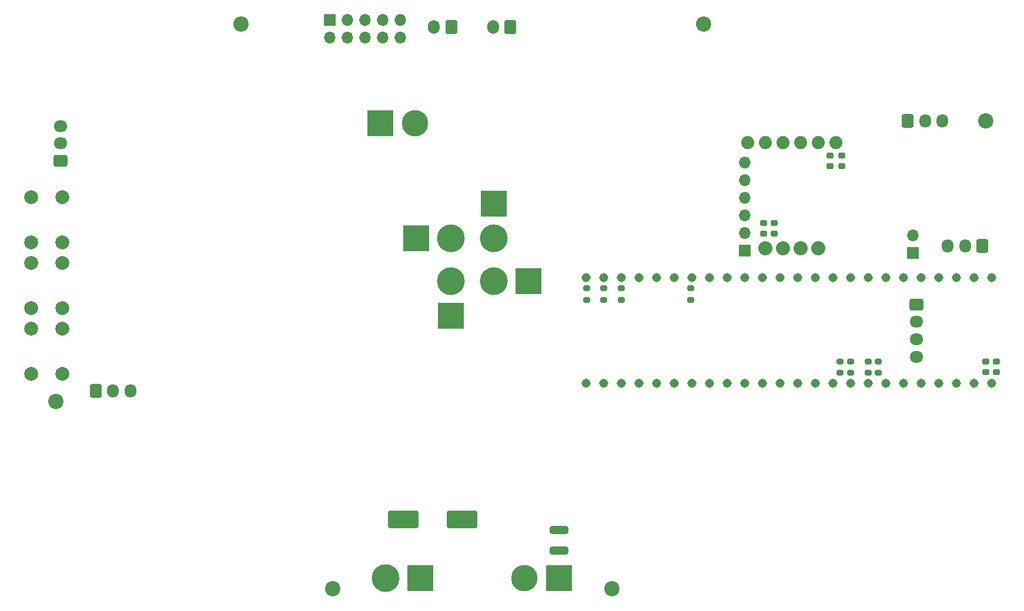
<source format=gbr>
%TF.GenerationSoftware,KiCad,Pcbnew,7.0.8*%
%TF.CreationDate,2023-11-18T19:30:01+11:00*%
%TF.ProjectId,Main 4.3,4d61696e-2034-42e3-932e-6b696361645f,rev?*%
%TF.SameCoordinates,Original*%
%TF.FileFunction,Soldermask,Bot*%
%TF.FilePolarity,Negative*%
%FSLAX46Y46*%
G04 Gerber Fmt 4.6, Leading zero omitted, Abs format (unit mm)*
G04 Created by KiCad (PCBNEW 7.0.8) date 2023-11-18 19:30:01*
%MOMM*%
%LPD*%
G01*
G04 APERTURE LIST*
G04 Aperture macros list*
%AMRoundRect*
0 Rectangle with rounded corners*
0 $1 Rounding radius*
0 $2 $3 $4 $5 $6 $7 $8 $9 X,Y pos of 4 corners*
0 Add a 4 corners polygon primitive as box body*
4,1,4,$2,$3,$4,$5,$6,$7,$8,$9,$2,$3,0*
0 Add four circle primitives for the rounded corners*
1,1,$1+$1,$2,$3*
1,1,$1+$1,$4,$5*
1,1,$1+$1,$6,$7*
1,1,$1+$1,$8,$9*
0 Add four rect primitives between the rounded corners*
20,1,$1+$1,$2,$3,$4,$5,0*
20,1,$1+$1,$4,$5,$6,$7,0*
20,1,$1+$1,$6,$7,$8,$9,0*
20,1,$1+$1,$8,$9,$2,$3,0*%
G04 Aperture macros list end*
%ADD10R,3.800000X3.800000*%
%ADD11C,3.800000*%
%ADD12R,1.700000X1.700000*%
%ADD13O,1.700000X1.700000*%
%ADD14C,2.200000*%
%ADD15C,2.000000*%
%ADD16RoundRect,0.250000X-0.600000X-0.725000X0.600000X-0.725000X0.600000X0.725000X-0.600000X0.725000X0*%
%ADD17O,1.700000X1.950000*%
%ADD18C,1.879600*%
%ADD19C,2.032000*%
%ADD20RoundRect,0.250000X0.725000X-0.600000X0.725000X0.600000X-0.725000X0.600000X-0.725000X-0.600000X0*%
%ADD21O,1.950000X1.700000*%
%ADD22RoundRect,0.250000X0.600000X0.725000X-0.600000X0.725000X-0.600000X-0.725000X0.600000X-0.725000X0*%
%ADD23C,4.000000*%
%ADD24C,1.308000*%
%ADD25RoundRect,0.200000X0.275000X-0.200000X0.275000X0.200000X-0.275000X0.200000X-0.275000X-0.200000X0*%
%ADD26RoundRect,0.250000X0.600000X0.750000X-0.600000X0.750000X-0.600000X-0.750000X0.600000X-0.750000X0*%
%ADD27O,1.700000X2.000000*%
%ADD28RoundRect,0.200000X-0.275000X0.200000X-0.275000X-0.200000X0.275000X-0.200000X0.275000X0.200000X0*%
%ADD29RoundRect,0.225000X0.250000X-0.225000X0.250000X0.225000X-0.250000X0.225000X-0.250000X-0.225000X0*%
%ADD30RoundRect,0.225000X-0.250000X0.225000X-0.250000X-0.225000X0.250000X-0.225000X0.250000X0.225000X0*%
%ADD31RoundRect,0.250000X-1.950000X-1.000000X1.950000X-1.000000X1.950000X1.000000X-1.950000X1.000000X0*%
%ADD32RoundRect,0.250000X-1.075000X0.312500X-1.075000X-0.312500X1.075000X-0.312500X1.075000X0.312500X0*%
%ADD33RoundRect,0.250000X-0.725000X0.600000X-0.725000X-0.600000X0.725000X-0.600000X0.725000X0.600000X0*%
G04 APERTURE END LIST*
D10*
%TO.C,J1*%
X162500000Y-196000000D03*
D11*
X157500000Y-196000000D03*
%TD*%
D12*
%TO.C,J7*%
X213500000Y-149025000D03*
D13*
X213500000Y-146485000D03*
%TD*%
D14*
%TO.C,H6*%
X90000000Y-170500000D03*
%TD*%
D15*
%TO.C,SW2*%
X86500000Y-157000000D03*
X86500000Y-150500000D03*
X91000000Y-157000000D03*
X91000000Y-150500000D03*
%TD*%
D16*
%TO.C,J18*%
X95750000Y-168975000D03*
D17*
X98250000Y-168975000D03*
X100750000Y-168975000D03*
%TD*%
D14*
%TO.C,H9*%
X183300000Y-116000000D03*
%TD*%
D18*
%TO.C,U4*%
X202350000Y-133130000D03*
X199810000Y-133130000D03*
X197270000Y-133130000D03*
X194730000Y-133130000D03*
X192190000Y-133130000D03*
X189650000Y-133130000D03*
D19*
X199810000Y-148370000D03*
X197270000Y-148370000D03*
X194730000Y-148370000D03*
X192190000Y-148370000D03*
%TD*%
D16*
%TO.C,J16*%
X212750000Y-129975000D03*
D17*
X215250000Y-129975000D03*
X217750000Y-129975000D03*
%TD*%
D15*
%TO.C,SW1*%
X86500000Y-147500000D03*
X86500000Y-141000000D03*
X91000000Y-147500000D03*
X91000000Y-141000000D03*
%TD*%
D20*
%TO.C,J19*%
X90725000Y-135750000D03*
D21*
X90725000Y-133250000D03*
X90725000Y-130750000D03*
%TD*%
D22*
%TO.C,J17*%
X223500000Y-148025000D03*
D17*
X221000000Y-148025000D03*
X218500000Y-148025000D03*
%TD*%
D12*
%TO.C,J8*%
X129450000Y-115460000D03*
D13*
X129450000Y-118000000D03*
X131990000Y-115460000D03*
X131990000Y-118000000D03*
X134530000Y-115460000D03*
X134530000Y-118000000D03*
X137070000Y-115460000D03*
X137070000Y-118000000D03*
X139610000Y-115460000D03*
X139610000Y-118000000D03*
%TD*%
D14*
%TO.C,H1*%
X224000000Y-130000000D03*
%TD*%
D10*
%TO.C,J2*%
X142500000Y-196000000D03*
D23*
X137500000Y-196000000D03*
%TD*%
D14*
%TO.C,H3*%
X170100000Y-197500000D03*
%TD*%
D15*
%TO.C,SW3*%
X86500000Y-166500000D03*
X86500000Y-160000000D03*
X91000000Y-166500000D03*
X91000000Y-160000000D03*
%TD*%
D14*
%TO.C,H4*%
X129900000Y-197500000D03*
%TD*%
%TO.C,H8*%
X116700000Y-116000000D03*
%TD*%
D24*
%TO.C,U6*%
X222270000Y-152630000D03*
X219730000Y-152630000D03*
X217190000Y-152630000D03*
X214650000Y-152630000D03*
X189250000Y-152630000D03*
X219730000Y-167870000D03*
X212110000Y-152630000D03*
X209570000Y-152630000D03*
X207030000Y-152630000D03*
X204490000Y-152630000D03*
X201950000Y-152630000D03*
X199410000Y-152630000D03*
X196870000Y-152630000D03*
X194330000Y-152630000D03*
X191790000Y-152630000D03*
X191790000Y-167870000D03*
X194330000Y-167870000D03*
X196870000Y-167870000D03*
X199410000Y-167870000D03*
X201950000Y-167870000D03*
X204490000Y-167870000D03*
X207030000Y-167870000D03*
X209570000Y-167870000D03*
X212110000Y-167870000D03*
X214650000Y-167870000D03*
X217190000Y-167870000D03*
X186710000Y-152630000D03*
X184170000Y-152630000D03*
X181630000Y-152630000D03*
X179090000Y-152630000D03*
X176550000Y-152630000D03*
X174010000Y-152630000D03*
X171470000Y-152630000D03*
X168930000Y-152630000D03*
X166390000Y-152630000D03*
X166390000Y-167870000D03*
X168930000Y-167870000D03*
X171470000Y-167870000D03*
X174010000Y-167870000D03*
X176550000Y-167870000D03*
X179090000Y-167870000D03*
X181630000Y-167870000D03*
X184170000Y-167870000D03*
X186710000Y-167870000D03*
X224810000Y-152630000D03*
X189250000Y-167870000D03*
X222270000Y-167870000D03*
X224810000Y-167870000D03*
%TD*%
D25*
%TO.C,R14*%
X208500000Y-166325000D03*
X208500000Y-164675000D03*
%TD*%
D26*
%TO.C,D2*%
X147000000Y-116475000D03*
D27*
X144500000Y-116475000D03*
%TD*%
D28*
%TO.C,R18*%
X207000000Y-164675000D03*
X207000000Y-166325000D03*
%TD*%
D10*
%TO.C,J9*%
X136750000Y-130350000D03*
D11*
X141750000Y-130350000D03*
%TD*%
D29*
%TO.C,C23*%
X193500000Y-146250000D03*
X193500000Y-144700000D03*
%TD*%
D12*
%TO.C,U5*%
X189250000Y-148750000D03*
D13*
X189250000Y-146210000D03*
X189250000Y-143670000D03*
X189250000Y-141130000D03*
X189250000Y-138590000D03*
X189250000Y-136050000D03*
%TD*%
D28*
%TO.C,R10*%
X166500000Y-154175000D03*
X166500000Y-155825000D03*
%TD*%
D29*
%TO.C,C24*%
X224000000Y-166275000D03*
X224000000Y-164725000D03*
%TD*%
D26*
%TO.C,Q1*%
X155500000Y-116475000D03*
D27*
X153000000Y-116475000D03*
%TD*%
D10*
%TO.C,J13*%
X141900000Y-146900000D03*
D23*
X146900000Y-146900000D03*
%TD*%
D30*
%TO.C,C21*%
X203250000Y-134975000D03*
X203250000Y-136525000D03*
%TD*%
D28*
%TO.C,R17*%
X204500000Y-164675000D03*
X204500000Y-166325000D03*
%TD*%
D10*
%TO.C,J10*%
X153100000Y-141900000D03*
D23*
X153100000Y-146900000D03*
%TD*%
D28*
%TO.C,R12*%
X171500000Y-154175000D03*
X171500000Y-155825000D03*
%TD*%
D25*
%TO.C,R15*%
X203000000Y-166325000D03*
X203000000Y-164675000D03*
%TD*%
D29*
%TO.C,C22*%
X192000000Y-146250000D03*
X192000000Y-144700000D03*
%TD*%
D31*
%TO.C,C59*%
X140100000Y-187500000D03*
X148500000Y-187500000D03*
%TD*%
D32*
%TO.C,R1*%
X162500000Y-189037500D03*
X162500000Y-191962500D03*
%TD*%
D10*
%TO.C,J11*%
X158100000Y-153100000D03*
D23*
X153100000Y-153100000D03*
%TD*%
D33*
%TO.C,J5*%
X213975000Y-156500000D03*
D21*
X213975000Y-159000000D03*
X213975000Y-161500000D03*
X213975000Y-164000000D03*
%TD*%
D29*
%TO.C,C25*%
X225500000Y-166275000D03*
X225500000Y-164725000D03*
%TD*%
D30*
%TO.C,C20*%
X201500000Y-134975000D03*
X201500000Y-136525000D03*
%TD*%
D28*
%TO.C,R16*%
X181500000Y-154175000D03*
X181500000Y-155825000D03*
%TD*%
%TO.C,R11*%
X168950000Y-154175000D03*
X168950000Y-155825000D03*
%TD*%
D10*
%TO.C,J12*%
X146900000Y-158100000D03*
D23*
X146900000Y-153100000D03*
%TD*%
M02*

</source>
